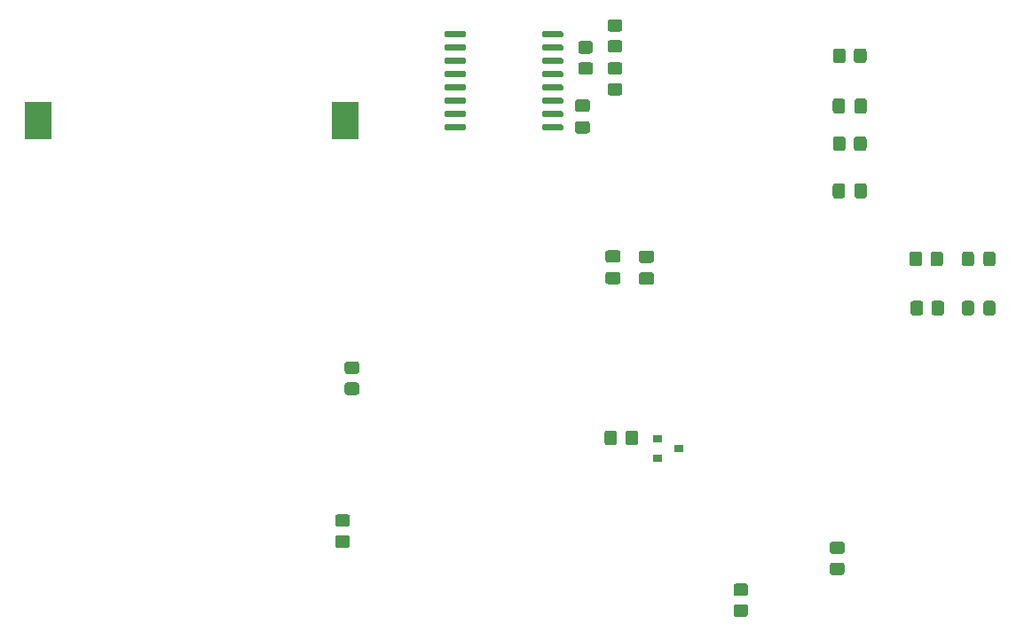
<source format=gbr>
%TF.GenerationSoftware,KiCad,Pcbnew,5.1.8*%
%TF.CreationDate,2020-12-14T21:05:08+01:00*%
%TF.ProjectId,breathe,62726561-7468-4652-9e6b-696361645f70,rev?*%
%TF.SameCoordinates,Original*%
%TF.FileFunction,Paste,Bot*%
%TF.FilePolarity,Positive*%
%FSLAX46Y46*%
G04 Gerber Fmt 4.6, Leading zero omitted, Abs format (unit mm)*
G04 Created by KiCad (PCBNEW 5.1.8) date 2020-12-14 21:05:08*
%MOMM*%
%LPD*%
G01*
G04 APERTURE LIST*
%ADD10R,0.900000X0.800000*%
%ADD11R,2.600000X3.600000*%
G04 APERTURE END LIST*
%TO.C,R12*%
G36*
G01*
X162500000Y-86649999D02*
X162500000Y-87550001D01*
G75*
G02*
X162250001Y-87800000I-249999J0D01*
G01*
X161549999Y-87800000D01*
G75*
G02*
X161300000Y-87550001I0J249999D01*
G01*
X161300000Y-86649999D01*
G75*
G02*
X161549999Y-86400000I249999J0D01*
G01*
X162250001Y-86400000D01*
G75*
G02*
X162500000Y-86649999I0J-249999D01*
G01*
G37*
G36*
G01*
X164500000Y-86649999D02*
X164500000Y-87550001D01*
G75*
G02*
X164250001Y-87800000I-249999J0D01*
G01*
X163549999Y-87800000D01*
G75*
G02*
X163300000Y-87550001I0J249999D01*
G01*
X163300000Y-86649999D01*
G75*
G02*
X163549999Y-86400000I249999J0D01*
G01*
X164250001Y-86400000D01*
G75*
G02*
X164500000Y-86649999I0J-249999D01*
G01*
G37*
%TD*%
%TO.C,R11*%
G36*
G01*
X162500000Y-95049999D02*
X162500000Y-95950001D01*
G75*
G02*
X162250001Y-96200000I-249999J0D01*
G01*
X161549999Y-96200000D01*
G75*
G02*
X161300000Y-95950001I0J249999D01*
G01*
X161300000Y-95049999D01*
G75*
G02*
X161549999Y-94800000I249999J0D01*
G01*
X162250001Y-94800000D01*
G75*
G02*
X162500000Y-95049999I0J-249999D01*
G01*
G37*
G36*
G01*
X164500000Y-95049999D02*
X164500000Y-95950001D01*
G75*
G02*
X164250001Y-96200000I-249999J0D01*
G01*
X163549999Y-96200000D01*
G75*
G02*
X163300000Y-95950001I0J249999D01*
G01*
X163300000Y-95049999D01*
G75*
G02*
X163549999Y-94800000I249999J0D01*
G01*
X164250001Y-94800000D01*
G75*
G02*
X164500000Y-95049999I0J-249999D01*
G01*
G37*
%TD*%
%TO.C,R10*%
G36*
G01*
X141500000Y-124050001D02*
X141500000Y-123149999D01*
G75*
G02*
X141749999Y-122900000I249999J0D01*
G01*
X142450001Y-122900000D01*
G75*
G02*
X142700000Y-123149999I0J-249999D01*
G01*
X142700000Y-124050001D01*
G75*
G02*
X142450001Y-124300000I-249999J0D01*
G01*
X141749999Y-124300000D01*
G75*
G02*
X141500000Y-124050001I0J249999D01*
G01*
G37*
G36*
G01*
X139500000Y-124050001D02*
X139500000Y-123149999D01*
G75*
G02*
X139749999Y-122900000I249999J0D01*
G01*
X140450001Y-122900000D01*
G75*
G02*
X140700000Y-123149999I0J-249999D01*
G01*
X140700000Y-124050001D01*
G75*
G02*
X140450001Y-124300000I-249999J0D01*
G01*
X139749999Y-124300000D01*
G75*
G02*
X139500000Y-124050001I0J249999D01*
G01*
G37*
%TD*%
%TO.C,R9*%
G36*
G01*
X162150001Y-134700000D02*
X161249999Y-134700000D01*
G75*
G02*
X161000000Y-134450001I0J249999D01*
G01*
X161000000Y-133749999D01*
G75*
G02*
X161249999Y-133500000I249999J0D01*
G01*
X162150001Y-133500000D01*
G75*
G02*
X162400000Y-133749999I0J-249999D01*
G01*
X162400000Y-134450001D01*
G75*
G02*
X162150001Y-134700000I-249999J0D01*
G01*
G37*
G36*
G01*
X162150001Y-136700000D02*
X161249999Y-136700000D01*
G75*
G02*
X161000000Y-136450001I0J249999D01*
G01*
X161000000Y-135749999D01*
G75*
G02*
X161249999Y-135500000I249999J0D01*
G01*
X162150001Y-135500000D01*
G75*
G02*
X162400000Y-135749999I0J-249999D01*
G01*
X162400000Y-136450001D01*
G75*
G02*
X162150001Y-136700000I-249999J0D01*
G01*
G37*
%TD*%
%TO.C,R8*%
G36*
G01*
X152950001Y-138700000D02*
X152049999Y-138700000D01*
G75*
G02*
X151800000Y-138450001I0J249999D01*
G01*
X151800000Y-137749999D01*
G75*
G02*
X152049999Y-137500000I249999J0D01*
G01*
X152950001Y-137500000D01*
G75*
G02*
X153200000Y-137749999I0J-249999D01*
G01*
X153200000Y-138450001D01*
G75*
G02*
X152950001Y-138700000I-249999J0D01*
G01*
G37*
G36*
G01*
X152950001Y-140700000D02*
X152049999Y-140700000D01*
G75*
G02*
X151800000Y-140450001I0J249999D01*
G01*
X151800000Y-139749999D01*
G75*
G02*
X152049999Y-139500000I249999J0D01*
G01*
X152950001Y-139500000D01*
G75*
G02*
X153200000Y-139749999I0J-249999D01*
G01*
X153200000Y-140450001D01*
G75*
G02*
X152950001Y-140700000I-249999J0D01*
G01*
G37*
%TD*%
D10*
%TO.C,Q1*%
X146600000Y-124600000D03*
X144600000Y-123650000D03*
X144600000Y-125550000D03*
%TD*%
%TO.C,C5*%
G36*
G01*
X162450000Y-91425000D02*
X162450000Y-92375000D01*
G75*
G02*
X162200000Y-92625000I-250000J0D01*
G01*
X161525000Y-92625000D01*
G75*
G02*
X161275000Y-92375000I0J250000D01*
G01*
X161275000Y-91425000D01*
G75*
G02*
X161525000Y-91175000I250000J0D01*
G01*
X162200000Y-91175000D01*
G75*
G02*
X162450000Y-91425000I0J-250000D01*
G01*
G37*
G36*
G01*
X164525000Y-91425000D02*
X164525000Y-92375000D01*
G75*
G02*
X164275000Y-92625000I-250000J0D01*
G01*
X163600000Y-92625000D01*
G75*
G02*
X163350000Y-92375000I0J250000D01*
G01*
X163350000Y-91425000D01*
G75*
G02*
X163600000Y-91175000I250000J0D01*
G01*
X164275000Y-91175000D01*
G75*
G02*
X164525000Y-91425000I0J-250000D01*
G01*
G37*
%TD*%
%TO.C,C4*%
G36*
G01*
X162450000Y-99525000D02*
X162450000Y-100475000D01*
G75*
G02*
X162200000Y-100725000I-250000J0D01*
G01*
X161525000Y-100725000D01*
G75*
G02*
X161275000Y-100475000I0J250000D01*
G01*
X161275000Y-99525000D01*
G75*
G02*
X161525000Y-99275000I250000J0D01*
G01*
X162200000Y-99275000D01*
G75*
G02*
X162450000Y-99525000I0J-250000D01*
G01*
G37*
G36*
G01*
X164525000Y-99525000D02*
X164525000Y-100475000D01*
G75*
G02*
X164275000Y-100725000I-250000J0D01*
G01*
X163600000Y-100725000D01*
G75*
G02*
X163350000Y-100475000I0J250000D01*
G01*
X163350000Y-99525000D01*
G75*
G02*
X163600000Y-99275000I250000J0D01*
G01*
X164275000Y-99275000D01*
G75*
G02*
X164525000Y-99525000I0J-250000D01*
G01*
G37*
%TD*%
%TO.C,U1*%
G36*
G01*
X126275000Y-84905000D02*
X126275000Y-85205000D01*
G75*
G02*
X126125000Y-85355000I-150000J0D01*
G01*
X124375000Y-85355000D01*
G75*
G02*
X124225000Y-85205000I0J150000D01*
G01*
X124225000Y-84905000D01*
G75*
G02*
X124375000Y-84755000I150000J0D01*
G01*
X126125000Y-84755000D01*
G75*
G02*
X126275000Y-84905000I0J-150000D01*
G01*
G37*
G36*
G01*
X126275000Y-86175000D02*
X126275000Y-86475000D01*
G75*
G02*
X126125000Y-86625000I-150000J0D01*
G01*
X124375000Y-86625000D01*
G75*
G02*
X124225000Y-86475000I0J150000D01*
G01*
X124225000Y-86175000D01*
G75*
G02*
X124375000Y-86025000I150000J0D01*
G01*
X126125000Y-86025000D01*
G75*
G02*
X126275000Y-86175000I0J-150000D01*
G01*
G37*
G36*
G01*
X126275000Y-87445000D02*
X126275000Y-87745000D01*
G75*
G02*
X126125000Y-87895000I-150000J0D01*
G01*
X124375000Y-87895000D01*
G75*
G02*
X124225000Y-87745000I0J150000D01*
G01*
X124225000Y-87445000D01*
G75*
G02*
X124375000Y-87295000I150000J0D01*
G01*
X126125000Y-87295000D01*
G75*
G02*
X126275000Y-87445000I0J-150000D01*
G01*
G37*
G36*
G01*
X126275000Y-88715000D02*
X126275000Y-89015000D01*
G75*
G02*
X126125000Y-89165000I-150000J0D01*
G01*
X124375000Y-89165000D01*
G75*
G02*
X124225000Y-89015000I0J150000D01*
G01*
X124225000Y-88715000D01*
G75*
G02*
X124375000Y-88565000I150000J0D01*
G01*
X126125000Y-88565000D01*
G75*
G02*
X126275000Y-88715000I0J-150000D01*
G01*
G37*
G36*
G01*
X126275000Y-89985000D02*
X126275000Y-90285000D01*
G75*
G02*
X126125000Y-90435000I-150000J0D01*
G01*
X124375000Y-90435000D01*
G75*
G02*
X124225000Y-90285000I0J150000D01*
G01*
X124225000Y-89985000D01*
G75*
G02*
X124375000Y-89835000I150000J0D01*
G01*
X126125000Y-89835000D01*
G75*
G02*
X126275000Y-89985000I0J-150000D01*
G01*
G37*
G36*
G01*
X126275000Y-91255000D02*
X126275000Y-91555000D01*
G75*
G02*
X126125000Y-91705000I-150000J0D01*
G01*
X124375000Y-91705000D01*
G75*
G02*
X124225000Y-91555000I0J150000D01*
G01*
X124225000Y-91255000D01*
G75*
G02*
X124375000Y-91105000I150000J0D01*
G01*
X126125000Y-91105000D01*
G75*
G02*
X126275000Y-91255000I0J-150000D01*
G01*
G37*
G36*
G01*
X126275000Y-92525000D02*
X126275000Y-92825000D01*
G75*
G02*
X126125000Y-92975000I-150000J0D01*
G01*
X124375000Y-92975000D01*
G75*
G02*
X124225000Y-92825000I0J150000D01*
G01*
X124225000Y-92525000D01*
G75*
G02*
X124375000Y-92375000I150000J0D01*
G01*
X126125000Y-92375000D01*
G75*
G02*
X126275000Y-92525000I0J-150000D01*
G01*
G37*
G36*
G01*
X126275000Y-93795000D02*
X126275000Y-94095000D01*
G75*
G02*
X126125000Y-94245000I-150000J0D01*
G01*
X124375000Y-94245000D01*
G75*
G02*
X124225000Y-94095000I0J150000D01*
G01*
X124225000Y-93795000D01*
G75*
G02*
X124375000Y-93645000I150000J0D01*
G01*
X126125000Y-93645000D01*
G75*
G02*
X126275000Y-93795000I0J-150000D01*
G01*
G37*
G36*
G01*
X135575000Y-93795000D02*
X135575000Y-94095000D01*
G75*
G02*
X135425000Y-94245000I-150000J0D01*
G01*
X133675000Y-94245000D01*
G75*
G02*
X133525000Y-94095000I0J150000D01*
G01*
X133525000Y-93795000D01*
G75*
G02*
X133675000Y-93645000I150000J0D01*
G01*
X135425000Y-93645000D01*
G75*
G02*
X135575000Y-93795000I0J-150000D01*
G01*
G37*
G36*
G01*
X135575000Y-92525000D02*
X135575000Y-92825000D01*
G75*
G02*
X135425000Y-92975000I-150000J0D01*
G01*
X133675000Y-92975000D01*
G75*
G02*
X133525000Y-92825000I0J150000D01*
G01*
X133525000Y-92525000D01*
G75*
G02*
X133675000Y-92375000I150000J0D01*
G01*
X135425000Y-92375000D01*
G75*
G02*
X135575000Y-92525000I0J-150000D01*
G01*
G37*
G36*
G01*
X135575000Y-91255000D02*
X135575000Y-91555000D01*
G75*
G02*
X135425000Y-91705000I-150000J0D01*
G01*
X133675000Y-91705000D01*
G75*
G02*
X133525000Y-91555000I0J150000D01*
G01*
X133525000Y-91255000D01*
G75*
G02*
X133675000Y-91105000I150000J0D01*
G01*
X135425000Y-91105000D01*
G75*
G02*
X135575000Y-91255000I0J-150000D01*
G01*
G37*
G36*
G01*
X135575000Y-89985000D02*
X135575000Y-90285000D01*
G75*
G02*
X135425000Y-90435000I-150000J0D01*
G01*
X133675000Y-90435000D01*
G75*
G02*
X133525000Y-90285000I0J150000D01*
G01*
X133525000Y-89985000D01*
G75*
G02*
X133675000Y-89835000I150000J0D01*
G01*
X135425000Y-89835000D01*
G75*
G02*
X135575000Y-89985000I0J-150000D01*
G01*
G37*
G36*
G01*
X135575000Y-88715000D02*
X135575000Y-89015000D01*
G75*
G02*
X135425000Y-89165000I-150000J0D01*
G01*
X133675000Y-89165000D01*
G75*
G02*
X133525000Y-89015000I0J150000D01*
G01*
X133525000Y-88715000D01*
G75*
G02*
X133675000Y-88565000I150000J0D01*
G01*
X135425000Y-88565000D01*
G75*
G02*
X135575000Y-88715000I0J-150000D01*
G01*
G37*
G36*
G01*
X135575000Y-87445000D02*
X135575000Y-87745000D01*
G75*
G02*
X135425000Y-87895000I-150000J0D01*
G01*
X133675000Y-87895000D01*
G75*
G02*
X133525000Y-87745000I0J150000D01*
G01*
X133525000Y-87445000D01*
G75*
G02*
X133675000Y-87295000I150000J0D01*
G01*
X135425000Y-87295000D01*
G75*
G02*
X135575000Y-87445000I0J-150000D01*
G01*
G37*
G36*
G01*
X135575000Y-86175000D02*
X135575000Y-86475000D01*
G75*
G02*
X135425000Y-86625000I-150000J0D01*
G01*
X133675000Y-86625000D01*
G75*
G02*
X133525000Y-86475000I0J150000D01*
G01*
X133525000Y-86175000D01*
G75*
G02*
X133675000Y-86025000I150000J0D01*
G01*
X135425000Y-86025000D01*
G75*
G02*
X135575000Y-86175000I0J-150000D01*
G01*
G37*
G36*
G01*
X135575000Y-84905000D02*
X135575000Y-85205000D01*
G75*
G02*
X135425000Y-85355000I-150000J0D01*
G01*
X133675000Y-85355000D01*
G75*
G02*
X133525000Y-85205000I0J150000D01*
G01*
X133525000Y-84905000D01*
G75*
G02*
X133675000Y-84755000I150000J0D01*
G01*
X135425000Y-84755000D01*
G75*
G02*
X135575000Y-84905000I0J-150000D01*
G01*
G37*
%TD*%
%TO.C,R7*%
G36*
G01*
X168700000Y-111650001D02*
X168700000Y-110749999D01*
G75*
G02*
X168949999Y-110500000I249999J0D01*
G01*
X169650001Y-110500000D01*
G75*
G02*
X169900000Y-110749999I0J-249999D01*
G01*
X169900000Y-111650001D01*
G75*
G02*
X169650001Y-111900000I-249999J0D01*
G01*
X168949999Y-111900000D01*
G75*
G02*
X168700000Y-111650001I0J249999D01*
G01*
G37*
G36*
G01*
X170700000Y-111650001D02*
X170700000Y-110749999D01*
G75*
G02*
X170949999Y-110500000I249999J0D01*
G01*
X171650001Y-110500000D01*
G75*
G02*
X171900000Y-110749999I0J-249999D01*
G01*
X171900000Y-111650001D01*
G75*
G02*
X171650001Y-111900000I-249999J0D01*
G01*
X170949999Y-111900000D01*
G75*
G02*
X170700000Y-111650001I0J249999D01*
G01*
G37*
%TD*%
%TO.C,R6*%
G36*
G01*
X168600000Y-106950001D02*
X168600000Y-106049999D01*
G75*
G02*
X168849999Y-105800000I249999J0D01*
G01*
X169550001Y-105800000D01*
G75*
G02*
X169800000Y-106049999I0J-249999D01*
G01*
X169800000Y-106950001D01*
G75*
G02*
X169550001Y-107200000I-249999J0D01*
G01*
X168849999Y-107200000D01*
G75*
G02*
X168600000Y-106950001I0J249999D01*
G01*
G37*
G36*
G01*
X170600000Y-106950001D02*
X170600000Y-106049999D01*
G75*
G02*
X170849999Y-105800000I249999J0D01*
G01*
X171550001Y-105800000D01*
G75*
G02*
X171800000Y-106049999I0J-249999D01*
G01*
X171800000Y-106950001D01*
G75*
G02*
X171550001Y-107200000I-249999J0D01*
G01*
X170849999Y-107200000D01*
G75*
G02*
X170600000Y-106950001I0J249999D01*
G01*
G37*
%TD*%
%TO.C,R5*%
G36*
G01*
X137249999Y-87700000D02*
X138150001Y-87700000D01*
G75*
G02*
X138400000Y-87949999I0J-249999D01*
G01*
X138400000Y-88650001D01*
G75*
G02*
X138150001Y-88900000I-249999J0D01*
G01*
X137249999Y-88900000D01*
G75*
G02*
X137000000Y-88650001I0J249999D01*
G01*
X137000000Y-87949999D01*
G75*
G02*
X137249999Y-87700000I249999J0D01*
G01*
G37*
G36*
G01*
X137249999Y-85700000D02*
X138150001Y-85700000D01*
G75*
G02*
X138400000Y-85949999I0J-249999D01*
G01*
X138400000Y-86650001D01*
G75*
G02*
X138150001Y-86900000I-249999J0D01*
G01*
X137249999Y-86900000D01*
G75*
G02*
X137000000Y-86650001I0J249999D01*
G01*
X137000000Y-85949999D01*
G75*
G02*
X137249999Y-85700000I249999J0D01*
G01*
G37*
%TD*%
%TO.C,R4*%
G36*
G01*
X140950001Y-84800000D02*
X140049999Y-84800000D01*
G75*
G02*
X139800000Y-84550001I0J249999D01*
G01*
X139800000Y-83849999D01*
G75*
G02*
X140049999Y-83600000I249999J0D01*
G01*
X140950001Y-83600000D01*
G75*
G02*
X141200000Y-83849999I0J-249999D01*
G01*
X141200000Y-84550001D01*
G75*
G02*
X140950001Y-84800000I-249999J0D01*
G01*
G37*
G36*
G01*
X140950001Y-86800000D02*
X140049999Y-86800000D01*
G75*
G02*
X139800000Y-86550001I0J249999D01*
G01*
X139800000Y-85849999D01*
G75*
G02*
X140049999Y-85600000I249999J0D01*
G01*
X140950001Y-85600000D01*
G75*
G02*
X141200000Y-85849999I0J-249999D01*
G01*
X141200000Y-86550001D01*
G75*
G02*
X140950001Y-86800000I-249999J0D01*
G01*
G37*
%TD*%
%TO.C,R3*%
G36*
G01*
X140049999Y-89700000D02*
X140950001Y-89700000D01*
G75*
G02*
X141200000Y-89949999I0J-249999D01*
G01*
X141200000Y-90650001D01*
G75*
G02*
X140950001Y-90900000I-249999J0D01*
G01*
X140049999Y-90900000D01*
G75*
G02*
X139800000Y-90650001I0J249999D01*
G01*
X139800000Y-89949999D01*
G75*
G02*
X140049999Y-89700000I249999J0D01*
G01*
G37*
G36*
G01*
X140049999Y-87700000D02*
X140950001Y-87700000D01*
G75*
G02*
X141200000Y-87949999I0J-249999D01*
G01*
X141200000Y-88650001D01*
G75*
G02*
X140950001Y-88900000I-249999J0D01*
G01*
X140049999Y-88900000D01*
G75*
G02*
X139800000Y-88650001I0J249999D01*
G01*
X139800000Y-87949999D01*
G75*
G02*
X140049999Y-87700000I249999J0D01*
G01*
G37*
%TD*%
%TO.C,R2*%
G36*
G01*
X114950001Y-132100000D02*
X114049999Y-132100000D01*
G75*
G02*
X113800000Y-131850001I0J249999D01*
G01*
X113800000Y-131149999D01*
G75*
G02*
X114049999Y-130900000I249999J0D01*
G01*
X114950001Y-130900000D01*
G75*
G02*
X115200000Y-131149999I0J-249999D01*
G01*
X115200000Y-131850001D01*
G75*
G02*
X114950001Y-132100000I-249999J0D01*
G01*
G37*
G36*
G01*
X114950001Y-134100000D02*
X114049999Y-134100000D01*
G75*
G02*
X113800000Y-133850001I0J249999D01*
G01*
X113800000Y-133149999D01*
G75*
G02*
X114049999Y-132900000I249999J0D01*
G01*
X114950001Y-132900000D01*
G75*
G02*
X115200000Y-133149999I0J-249999D01*
G01*
X115200000Y-133850001D01*
G75*
G02*
X114950001Y-134100000I-249999J0D01*
G01*
G37*
%TD*%
%TO.C,R1*%
G36*
G01*
X115850001Y-117500000D02*
X114949999Y-117500000D01*
G75*
G02*
X114700000Y-117250001I0J249999D01*
G01*
X114700000Y-116549999D01*
G75*
G02*
X114949999Y-116300000I249999J0D01*
G01*
X115850001Y-116300000D01*
G75*
G02*
X116100000Y-116549999I0J-249999D01*
G01*
X116100000Y-117250001D01*
G75*
G02*
X115850001Y-117500000I-249999J0D01*
G01*
G37*
G36*
G01*
X115850001Y-119500000D02*
X114949999Y-119500000D01*
G75*
G02*
X114700000Y-119250001I0J249999D01*
G01*
X114700000Y-118549999D01*
G75*
G02*
X114949999Y-118300000I249999J0D01*
G01*
X115850001Y-118300000D01*
G75*
G02*
X116100000Y-118549999I0J-249999D01*
G01*
X116100000Y-119250001D01*
G75*
G02*
X115850001Y-119500000I-249999J0D01*
G01*
G37*
%TD*%
%TO.C,D2*%
G36*
G01*
X174750000Y-110749999D02*
X174750000Y-111650001D01*
G75*
G02*
X174500001Y-111900000I-249999J0D01*
G01*
X173849999Y-111900000D01*
G75*
G02*
X173600000Y-111650001I0J249999D01*
G01*
X173600000Y-110749999D01*
G75*
G02*
X173849999Y-110500000I249999J0D01*
G01*
X174500001Y-110500000D01*
G75*
G02*
X174750000Y-110749999I0J-249999D01*
G01*
G37*
G36*
G01*
X176800000Y-110749999D02*
X176800000Y-111650001D01*
G75*
G02*
X176550001Y-111900000I-249999J0D01*
G01*
X175899999Y-111900000D01*
G75*
G02*
X175650000Y-111650001I0J249999D01*
G01*
X175650000Y-110749999D01*
G75*
G02*
X175899999Y-110500000I249999J0D01*
G01*
X176550001Y-110500000D01*
G75*
G02*
X176800000Y-110749999I0J-249999D01*
G01*
G37*
%TD*%
%TO.C,D1*%
G36*
G01*
X176800000Y-106049999D02*
X176800000Y-106950001D01*
G75*
G02*
X176550001Y-107200000I-249999J0D01*
G01*
X175899999Y-107200000D01*
G75*
G02*
X175650000Y-106950001I0J249999D01*
G01*
X175650000Y-106049999D01*
G75*
G02*
X175899999Y-105800000I249999J0D01*
G01*
X176550001Y-105800000D01*
G75*
G02*
X176800000Y-106049999I0J-249999D01*
G01*
G37*
G36*
G01*
X174750000Y-106049999D02*
X174750000Y-106950001D01*
G75*
G02*
X174500001Y-107200000I-249999J0D01*
G01*
X173849999Y-107200000D01*
G75*
G02*
X173600000Y-106950001I0J249999D01*
G01*
X173600000Y-106049999D01*
G75*
G02*
X173849999Y-105800000I249999J0D01*
G01*
X174500001Y-105800000D01*
G75*
G02*
X174750000Y-106049999I0J-249999D01*
G01*
G37*
%TD*%
%TO.C,C3*%
G36*
G01*
X140775000Y-106850000D02*
X139825000Y-106850000D01*
G75*
G02*
X139575000Y-106600000I0J250000D01*
G01*
X139575000Y-105925000D01*
G75*
G02*
X139825000Y-105675000I250000J0D01*
G01*
X140775000Y-105675000D01*
G75*
G02*
X141025000Y-105925000I0J-250000D01*
G01*
X141025000Y-106600000D01*
G75*
G02*
X140775000Y-106850000I-250000J0D01*
G01*
G37*
G36*
G01*
X140775000Y-108925000D02*
X139825000Y-108925000D01*
G75*
G02*
X139575000Y-108675000I0J250000D01*
G01*
X139575000Y-108000000D01*
G75*
G02*
X139825000Y-107750000I250000J0D01*
G01*
X140775000Y-107750000D01*
G75*
G02*
X141025000Y-108000000I0J-250000D01*
G01*
X141025000Y-108675000D01*
G75*
G02*
X140775000Y-108925000I-250000J0D01*
G01*
G37*
%TD*%
%TO.C,C2*%
G36*
G01*
X143975000Y-106887500D02*
X143025000Y-106887500D01*
G75*
G02*
X142775000Y-106637500I0J250000D01*
G01*
X142775000Y-105962500D01*
G75*
G02*
X143025000Y-105712500I250000J0D01*
G01*
X143975000Y-105712500D01*
G75*
G02*
X144225000Y-105962500I0J-250000D01*
G01*
X144225000Y-106637500D01*
G75*
G02*
X143975000Y-106887500I-250000J0D01*
G01*
G37*
G36*
G01*
X143975000Y-108962500D02*
X143025000Y-108962500D01*
G75*
G02*
X142775000Y-108712500I0J250000D01*
G01*
X142775000Y-108037500D01*
G75*
G02*
X143025000Y-107787500I250000J0D01*
G01*
X143975000Y-107787500D01*
G75*
G02*
X144225000Y-108037500I0J-250000D01*
G01*
X144225000Y-108712500D01*
G75*
G02*
X143975000Y-108962500I-250000J0D01*
G01*
G37*
%TD*%
%TO.C,C1*%
G36*
G01*
X136925000Y-93350000D02*
X137875000Y-93350000D01*
G75*
G02*
X138125000Y-93600000I0J-250000D01*
G01*
X138125000Y-94275000D01*
G75*
G02*
X137875000Y-94525000I-250000J0D01*
G01*
X136925000Y-94525000D01*
G75*
G02*
X136675000Y-94275000I0J250000D01*
G01*
X136675000Y-93600000D01*
G75*
G02*
X136925000Y-93350000I250000J0D01*
G01*
G37*
G36*
G01*
X136925000Y-91275000D02*
X137875000Y-91275000D01*
G75*
G02*
X138125000Y-91525000I0J-250000D01*
G01*
X138125000Y-92200000D01*
G75*
G02*
X137875000Y-92450000I-250000J0D01*
G01*
X136925000Y-92450000D01*
G75*
G02*
X136675000Y-92200000I0J250000D01*
G01*
X136675000Y-91525000D01*
G75*
G02*
X136925000Y-91275000I250000J0D01*
G01*
G37*
%TD*%
D11*
%TO.C,BT1*%
X114750000Y-93300000D03*
X85450000Y-93300000D03*
%TD*%
M02*

</source>
